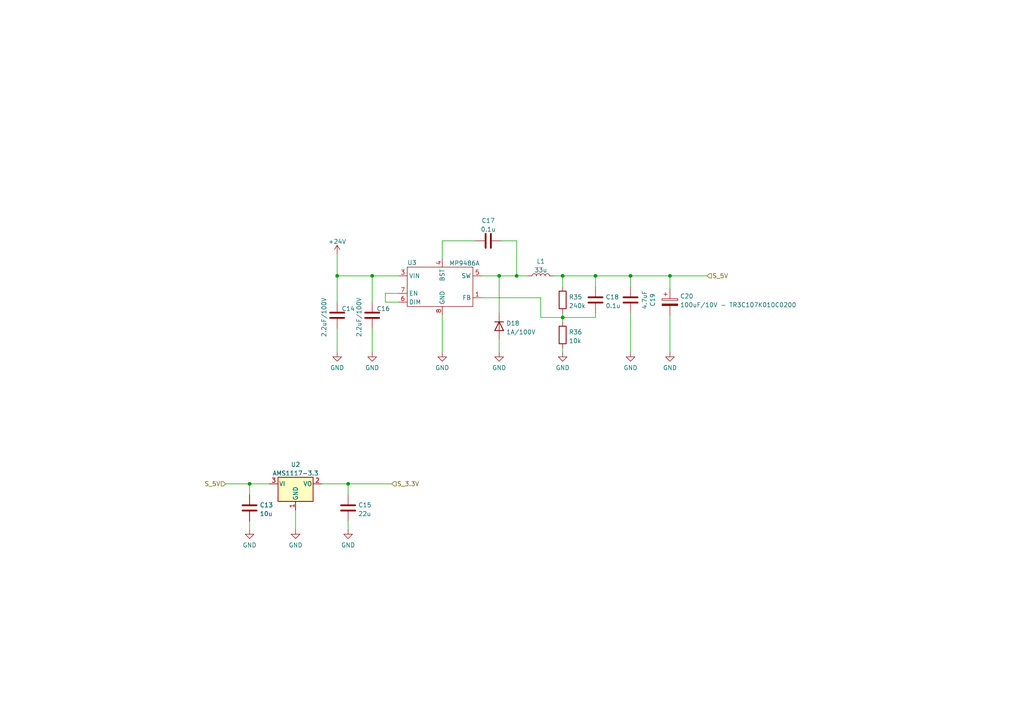
<source format=kicad_sch>
(kicad_sch (version 20211123) (generator eeschema)
  (paper "A4")
  (title_block (title "FloatPUMP Schematics") (date "2022-11-11") (rev "1.0") (company "robtor.de") (comment 1 "Controller board for up to 3 water pumps") (comment 2 "measuring capabilities with piezoresistive pressure sensors") (comment 3 "sensor input Range 4mA-20mA"))
  (lib_symbols
    (symbol "Device:C" (pin_numbers hide) (pin_names (offset 0.254))
      (property "Reference" "C" (at 0.635 2.54 0))
      (property "Value" "C" (at 0.635 -2.54 0))
      (symbol "C_0_1"
        (polyline (pts (xy -2.032 -0.762) (xy 2.032 -0.762)) (stroke (width 0.508)))
        (polyline (pts (xy -2.032 0.762) (xy 2.032 0.762)) (stroke (width 0.508)))
      )
      (symbol "C_1_1"
        (pin passive line (at 0 3.81 270) (length 2.794) (name "~") (number "1"))
        (pin passive line (at 0 -3.81 90) (length 2.794) (name "~") (number "2"))
      )
    )
    (symbol "Device:C_Polarized" (pin_numbers hide) (pin_names (offset 0.254))
      (property "Reference" "C" (at 0.635 2.54 0))
      (property "Value" "C_Polarized" (at 0.635 -2.54 0))
      (symbol "C_Polarized_0_1"
        (rectangle (start -2.286 0.508) (end 2.286 1.016))
        (polyline (pts (xy -1.778 2.286) (xy -0.762 2.286)))
        (polyline (pts (xy -1.27 2.794) (xy -1.27 1.778)))
        (rectangle (start 2.286 -0.508) (end -2.286 -1.016) (fill (type outline)))
      )
      (symbol "C_Polarized_1_1"
        (pin passive line (at 0 3.81 270) (length 2.794) (name "~") (number "1"))
        (pin passive line (at 0 -3.81 90) (length 2.794) (name "~") (number "2"))
      )
    )
    (symbol "Device:D" (pin_numbers hide) (pin_names (offset 1.016) hide)
      (property "Reference" "D" (at 0 2.54 0))
      (property "Value" "D" (at 0 -2.54 0))
      (symbol "D_0_1"
        (polyline (pts (xy -1.27 1.27) (xy -1.27 -1.27)) (stroke (width 0.254)))
        (polyline (pts (xy 1.27 0) (xy -1.27 0)))
        (polyline (pts (xy 1.27 1.27) (xy 1.27 -1.27) (xy -1.27 0) (xy 1.27 1.27)) (stroke (width 0.254)))
      )
      (symbol "D_1_1"
        (pin passive line (at -3.81 0 0) (length 2.54) (name "K") (number "1"))
        (pin passive line (at 3.81 0 180) (length 2.54) (name "A") (number "2"))
      )
    )
    (symbol "Device:L" (pin_numbers hide) (pin_names (offset 1.016) hide)
      (property "Reference" "L" (at -1.27 0 90))
      (property "Value" "L" (at 1.905 0 90))
      (symbol "L_0_1"
        (arc (start 0 -2.54) (mid 0.635 -1.905) (end 0 -1.27))
        (arc (start 0 -1.27) (mid 0.635 -0.635) (end 0 0))
        (arc (start 0 0) (mid 0.635 0.635) (end 0 1.27))
        (arc (start 0 1.27) (mid 0.635 1.905) (end 0 2.54))
      )
      (symbol "L_1_1"
        (pin passive line (at 0 3.81 270) (length 1.27) (name "1") (number "1"))
        (pin passive line (at 0 -3.81 90) (length 1.27) (name "2") (number "2"))
      )
    )
    (symbol "Device:R" (pin_numbers hide) (pin_names (offset 0))
      (property "Reference" "R" (at 2.032 0 90))
      (property "Value" "R" (at 0 0 90))
      (symbol "R_0_1"
        (rectangle (start -1.016 -2.54) (end 1.016 2.54) (stroke (width 0.254)))
      )
      (symbol "R_1_1"
        (pin passive line (at 0 3.81 270) (length 1.27) (name "~") (number "1"))
        (pin passive line (at 0 -3.81 90) (length 1.27) (name "~") (number "2"))
      )
    )
    (symbol "Regulator_Linear:AMS1117-3.3" (pin_names (offset 0.254))
      (property "Reference" "U" (at -3.81 3.175 0))
      (property "Value" "AMS1117-3.3" (at 0 3.175 0))
      (symbol "AMS1117-3.3_0_1"
        (rectangle (start -5.08 -5.08) (end 5.08 1.905) (stroke (width 0.254)) (fill (type background)))
      )
      (symbol "AMS1117-3.3_1_1"
        (pin power_in line (at 0 -7.62 90) (length 2.54) (name "GND") (number "1"))
        (pin power_out line (at 7.62 0 180) (length 2.54) (name "VO") (number "2"))
        (pin power_in line (at -7.62 0 0) (length 2.54) (name "VI") (number "3"))
      )
    )
    (symbol "custom_parts:MP9486A"
      (property "Reference" "U" (at -3.81 7.62 0))
      (property "Value" "MP9486A" (at 3.81 1.27 0))
      (symbol "MP9486A_0_1"
        (rectangle (start -5.08 6.35) (end 13.97 -5.08) (stroke (width 0.1524)))
      )
      (symbol "MP9486A_1_1"
        (pin input line (at 16.51 -2.54 180) (length 2.54) (name "FB") (number "1"))
        (pin power_in line (at -7.62 3.81 0) (length 2.54) (name "VIN") (number "3"))
        (pin bidirectional line (at 5.08 8.89 270) (length 2.54) (name "BST") (number "4"))
        (pin power_out line (at 16.51 3.81 180) (length 2.54) (name "SW") (number "5"))
        (pin input line (at -7.62 -3.81 0) (length 2.54) (name "DIM") (number "6"))
        (pin input line (at -7.62 -1.27 0) (length 2.54) (name "EN") (number "7"))
        (pin power_out line (at 5.08 -7.62 90) (length 2.54) (name "GND") (number "8"))
      )
    )
    (symbol "power:+24V" (power) (pin_names (offset 0))
      (property "Value" "+24V" (at 0 3.556 0))
      (symbol "+24V_0_1"
        (polyline (pts (xy -0.762 1.27) (xy 0 2.54)))
        (polyline (pts (xy 0 0) (xy 0 2.54)))
        (polyline (pts (xy 0 2.54) (xy 0.762 1.27)))
      )
      (symbol "+24V_1_1"
        (pin power_in line (at 0 0 90) (length 0) hide (name "+24V") (number "1"))
      )
    )
    (symbol "power:GND" (power) (pin_names (offset 0))
      (property "Value" "GND" (at 0 -3.81 0))
      (symbol "GND_0_1"
        (polyline (pts (xy 0 0) (xy 0 -1.27) (xy 1.27 -1.27) (xy 0 -2.54) (xy -1.27 -1.27) (xy 0 -1.27)))
      )
      (symbol "GND_1_1"
        (pin power_in line (at 0 0 270) (length 0) hide (name "GND") (number "1"))
      )
    )
  )
  (junction (at 163.195 80.01))
  (junction (at 107.95 80.01))
  (junction (at 172.72 80.01))
  (junction (at 97.79 80.01))
  (junction (at 144.78 80.01))
  (junction (at 72.39 140.335))
  (junction (at 163.195 92.075))
  (junction (at 182.88 80.01))
  (junction (at 194.31 80.01))
  (junction (at 100.965 140.335))
  (junction (at 149.86 80.01))
  (wire (pts (xy 163.195 92.075) (xy 163.195 93.345)))
  (wire (pts (xy 172.72 92.075) (xy 163.195 92.075)))
  (wire (pts (xy 128.27 69.85) (xy 128.27 74.93)))
  (wire (pts (xy 111.76 87.63) (xy 111.76 85.09)))
  (wire (pts (xy 145.415 69.85) (xy 149.86 69.85)))
  (wire (pts (xy 100.965 143.51) (xy 100.965 140.335)))
  (wire (pts (xy 111.76 85.09) (xy 115.57 85.09)))
  (wire (pts (xy 172.72 90.805) (xy 172.72 92.075)))
  (wire (pts (xy 107.95 80.01) (xy 115.57 80.01)))
  (wire (pts (xy 97.79 73.66) (xy 97.79 80.01)))
  (wire (pts (xy 149.86 69.85) (xy 149.86 80.01)))
  (wire (pts (xy 163.195 80.01) (xy 160.655 80.01)))
  (wire (pts (xy 93.345 140.335) (xy 100.965 140.335)))
  (wire (pts (xy 107.95 80.01) (xy 107.95 87.63)))
  (wire (pts (xy 144.78 98.425) (xy 144.78 102.235)))
  (wire (pts (xy 194.31 83.82) (xy 194.31 80.01)))
  (wire (pts (xy 172.72 83.185) (xy 172.72 80.01)))
  (wire (pts (xy 85.725 153.67) (xy 85.725 147.955)))
  (wire (pts (xy 100.965 151.13) (xy 100.965 153.67)))
  (wire (pts (xy 107.95 95.25) (xy 107.95 102.235)))
  (wire (pts (xy 65.405 140.335) (xy 72.39 140.335)))
  (wire (pts (xy 97.79 80.01) (xy 107.95 80.01)))
  (wire (pts (xy 194.31 80.01) (xy 205.105 80.01)))
  (wire (pts (xy 163.195 80.01) (xy 172.72 80.01)))
  (wire (pts (xy 72.39 151.13) (xy 72.39 153.67)))
  (wire (pts (xy 137.795 69.85) (xy 128.27 69.85)))
  (wire (pts (xy 182.88 90.805) (xy 182.88 102.235)))
  (wire (pts (xy 97.79 95.25) (xy 97.79 102.235)))
  (wire (pts (xy 128.27 91.44) (xy 128.27 102.235)))
  (wire (pts (xy 163.195 90.805) (xy 163.195 92.075)))
  (wire (pts (xy 163.195 100.965) (xy 163.195 102.235)))
  (wire (pts (xy 115.57 87.63) (xy 111.76 87.63)))
  (wire (pts (xy 156.845 92.075) (xy 163.195 92.075)))
  (wire (pts (xy 144.78 80.01) (xy 139.7 80.01)))
  (wire (pts (xy 97.79 80.01) (xy 97.79 87.63)))
  (wire (pts (xy 149.86 80.01) (xy 144.78 80.01)))
  (wire (pts (xy 194.31 91.44) (xy 194.31 102.235)))
  (wire (pts (xy 194.31 80.01) (xy 182.88 80.01)))
  (wire (pts (xy 139.7 86.36) (xy 156.845 86.36)))
  (wire (pts (xy 182.88 80.01) (xy 172.72 80.01)))
  (wire (pts (xy 72.39 140.335) (xy 72.39 143.51)))
  (wire (pts (xy 156.845 86.36) (xy 156.845 92.075)))
  (wire (pts (xy 144.78 90.805) (xy 144.78 80.01)))
  (wire (pts (xy 72.39 140.335) (xy 78.105 140.335)))
  (wire (pts (xy 100.965 140.335) (xy 113.665 140.335)))
  (wire (pts (xy 163.195 83.185) (xy 163.195 80.01)))
  (wire (pts (xy 182.88 83.185) (xy 182.88 80.01)))
  (wire (pts (xy 149.86 80.01) (xy 153.035 80.01)))
  (hierarchical_label "S_5V" (shape input) (at 205.105 80.01 0))
  (hierarchical_label "S_5V" (shape input) (at 65.405 140.335 180))
  (hierarchical_label "S_3.3V" (shape input) (at 113.665 140.335 0))
  (symbol (lib_id "custom_parts:MP9486A") (at 123.19 83.82 0) (unit 1)
    (property "Reference" "U3" (at 118.11 76.2 0) (effects (justify left)))
    (property "Value" "MP9486A" (at 130.2894 76.3579 0) (effects (justify left)))
    (property "Footprint" "custom_parts:MP9486A-SOIC-8" (effects hide))
    (property "Datasheet" "https://www.monolithicpower.com/pub/media/document/m/p/mp9486a_r1.0.pdf" (effects hide))
    (property "JLCPCB" "C404013" (effects hide))
  )
  (symbol (lib_id "Device:R") (at 163.195 97.155 0) (unit 1)
    (property "Reference" "R36" (at 164.973 96.3203 0) (effects (justify left)))
    (property "Value" "10k" (at 164.973 98.8572 0) (effects (justify left)))
    (property "Footprint" "Resistor_SMD:R_0603_1608Metric" (effects hide))
    (property "JLCPCB" "C238881" (effects hide))
  )
  (symbol (lib_id "power:GND") (at 72.39 153.67 0) (unit 1)
    (property "Reference" "#PWR074" (effects hide))
    (property "Value" "GND" (at 72.39 158.1134 0))
  )
  (symbol (lib_id "Device:C") (at 100.965 147.32 0) (unit 1)
    (property "Reference" "C15" (at 103.886 146.4853 0) (effects (justify left)))
    (property "Value" "22u" (at 103.886 149.0222 0) (effects (justify left)))
    (property "Footprint" "Capacitor_Tantalum_SMD:CP_EIA-3216-18_Kemet-A" (effects hide))
    (property "JLCPCB" "C129272" (effects hide))
  )
  (symbol (lib_id "power:GND") (at 182.88 102.235 0) (unit 1)
    (property "Reference" "#PWR083" (effects hide))
    (property "Value" "GND" (at 182.88 106.6784 0))
  )
  (symbol (lib_id "power:GND") (at 107.95 102.235 0) (unit 1)
    (property "Reference" "#PWR079" (effects hide))
    (property "Value" "GND" (at 107.95 106.6784 0))
  )
  (symbol (lib_id "Device:C") (at 97.79 91.44 180) (unit 1)
    (property "Reference" "C14" (at 99.06 89.535 0) (effects (justify right)))
    (property "Value" "2.2uF/100V" (at 93.98 97.79 90) (effects (justify right)))
    (property "Footprint" "Capacitor_SMD:C_1206_3216Metric" (effects hide))
    (property "Datasheet" "https://datasheet.lcsc.com/lcsc/2007130933_Samsung-Electro-Mechanics-CL31B225KCHSNNE_C170101.pdf" (effects hide))
    (property "JLCPCB" "C170101" (effects hide))
  )
  (symbol (lib_id "Device:D") (at 144.78 94.615 270) (unit 1)
    (property "Reference" "D18" (at 146.812 93.7803 90) (effects (justify left)))
    (property "Value" "1A/100V" (at 146.812 96.3172 90) (effects (justify left)))
    (property "Footprint" "Diode_SMD:D_SOD-123F" (effects hide))
    (property "Datasheet" "https://datasheet.lcsc.com/lcsc/1912111437_MCC-Micro-Commercial-Components-SM4002PL-TP_C151753.pdf" (effects hide))
    (property "JLCPCB" "C151753" (effects hide))
  )
  (symbol (lib_id "power:+24V") (at 97.79 73.66 0) (unit 1)
    (property "Reference" "#PWR076" (effects hide))
    (property "Value" "+24V" (at 97.79 70.0842 0))
  )
  (symbol (lib_id "Device:C") (at 72.39 147.32 0) (unit 1)
    (property "Reference" "C13" (at 75.311 146.4853 0) (effects (justify left)))
    (property "Value" "10u" (at 75.311 149.0222 0) (effects (justify left)))
    (property "Footprint" "Capacitor_Tantalum_SMD:CP_EIA-3216-18_Kemet-A" (effects hide))
    (property "JLCPCB" "C7177" (effects hide))
  )
  (symbol (lib_id "Device:L") (at 156.845 80.01 90) (unit 1)
    (property "Reference" "L1" (at 156.845 75.8022 90))
    (property "Value" "33u" (at 156.845 78.3391 90))
    (property "Footprint" "custom_parts:L_MS1040-330M" (effects hide))
    (property "Datasheet" "https://datasheet.lcsc.com/lcsc/1912111437_COILMX-MS1040-330M_C380056.pdf" (effects hide))
    (property "JLCPCB" "C380056" (effects hide))
  )
  (symbol (lib_id "power:GND") (at 85.725 153.67 0) (unit 1)
    (property "Reference" "#PWR075" (effects hide))
    (property "Value" "GND" (at 85.725 158.1134 0))
  )
  (symbol (lib_id "Device:R") (at 163.195 86.995 0) (unit 1)
    (property "Reference" "R35" (at 164.973 86.1603 0) (effects (justify left)))
    (property "Value" "240k" (at 164.973 88.6972 0) (effects (justify left)))
    (property "Footprint" "Resistor_SMD:R_0603_1608Metric" (effects hide))
    (property "Datasheet" "https://datasheet.lcsc.com/lcsc/2206010230_UNI-ROYAL-Uniroyal-Elec-0603WAF2403T5E_C4197.pdf" (effects hide))
    (property "JLCPCB" "C4197" (effects hide))
  )
  (symbol (lib_id "power:GND") (at 144.78 102.235 0) (unit 1)
    (property "Reference" "#PWR081" (effects hide))
    (property "Value" "GND" (at 144.78 106.6784 0))
  )
  (symbol (lib_id "Device:C") (at 107.95 91.44 180) (unit 1)
    (property "Reference" "C16" (at 109.22 89.535 0) (effects (justify right)))
    (property "Value" "2.2uF/100V" (at 104.14 97.79 90) (effects (justify right)))
    (property "Footprint" "Capacitor_SMD:C_1206_3216Metric" (effects hide))
    (property "Datasheet" "https://datasheet.lcsc.com/lcsc/2007130933_Samsung-Electro-Mechanics-CL31B225KCHSNNE_C170101.pdf" (effects hide))
    (property "JLCPCB" "C170101" (effects hide))
  )
  (symbol (lib_id "power:GND") (at 128.27 102.235 0) (unit 1)
    (property "Reference" "#PWR080" (effects hide))
    (property "Value" "GND" (at 128.27 106.6784 0))
  )
  (symbol (lib_id "Device:C") (at 182.88 86.995 180) (unit 1)
    (property "Reference" "C19" (at 189.2808 86.995 90))
    (property "Value" "4.7uF" (at 186.9694 86.995 90))
    (property "Footprint" "Capacitor_SMD:C_0603_1608Metric" (effects hide))
    (property "JLCPCB" " C152896 " (effects hide))
  )
  (symbol (lib_id "power:GND") (at 97.79 102.235 0) (unit 1)
    (property "Reference" "#PWR077" (effects hide))
    (property "Value" "GND" (at 97.79 106.6784 0))
  )
  (symbol (lib_id "power:GND") (at 194.31 102.235 0) (unit 1)
    (property "Reference" "#PWR084" (effects hide))
    (property "Value" "GND" (at 194.31 106.6784 0))
  )
  (symbol (lib_id "power:GND") (at 100.965 153.67 0) (unit 1)
    (property "Reference" "#PWR078" (effects hide))
    (property "Value" "GND" (at 100.965 158.1134 0))
  )
  (symbol (lib_id "Regulator_Linear:AMS1117-3.3") (at 85.725 140.335 0) (unit 1)
    (property "Reference" "U2" (at 85.725 134.7302 0))
    (property "Value" "AMS1117-3.3" (at 85.725 137.2671 0))
    (property "Footprint" "Package_TO_SOT_SMD:SOT-223-3_TabPin2" (effects hide))
    (property "Datasheet" "https://datasheet.lcsc.com/lcsc/2110121330_YONGYUTAI-AMS1117-3-3_C2904742.pdf" (effects hide))
    (property "JLCPCB" "C2904742" (effects hide))
  )
  (symbol (lib_id "Device:C_Polarized") (at 194.31 87.63 0) (unit 1)
    (property "Reference" "C20" (at 197.231 85.9063 0) (effects (justify left)))
    (property "Value" "100uF/10V - TR3C107K010C0200" (at 197.231 88.4432 0) (effects (justify left)))
    (property "Footprint" "Capacitor_Tantalum_SMD:CP_EIA-7343-31_Kemet-D" (effects hide))
    (property "JLCPCB" "C171666" (effects hide))
  )
  (symbol (lib_id "Device:C") (at 172.72 86.995 180) (unit 1)
    (property "Reference" "C18" (at 175.641 86.1603 0) (effects (justify right)))
    (property "Value" "0.1u" (at 175.641 88.6972 0) (effects (justify right)))
    (property "Footprint" "Capacitor_SMD:C_0603_1608Metric" (effects hide))
    (property "Datasheet" "https://datasheet.lcsc.com/lcsc/1811092010_Samsung-Electro-Mechanics-CL10B104KA8NNNC_C1590.pdf" (effects hide))
    (property "JLCPCB" "C1590" (effects hide))
  )
  (symbol (lib_id "Device:C") (at 141.605 69.85 90) (unit 1)
    (property "Reference" "C17" (at 141.605 63.9912 90))
    (property "Value" "0.1u" (at 141.605 66.5281 90))
    (property "Footprint" "Capacitor_SMD:C_0603_1608Metric" (effects hide))
    (property "Datasheet" "https://datasheet.lcsc.com/lcsc/1811092010_Samsung-Electro-Mechanics-CL10B104KA8NNNC_C1590.pdf" (effects hide))
    (property "JLCPCB" "C1590" (effects hide))
  )
  (symbol (lib_id "power:GND") (at 163.195 102.235 0) (unit 1)
    (property "Reference" "#PWR082" (effects hide))
    (property "Value" "GND" (at 163.195 106.6784 0))
  )
)
</source>
